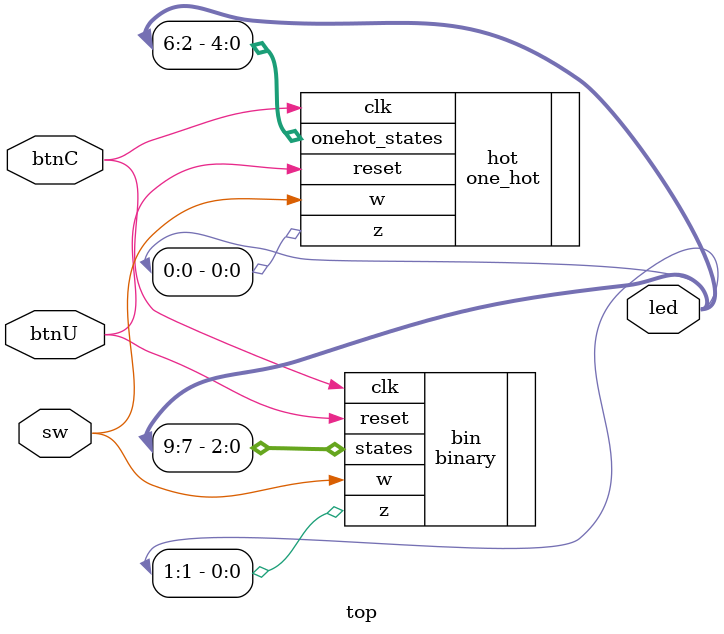
<source format=v>
module top(
    input sw, // w
    output [9:0] led, // see IO table
    input btnC, // clk
    input btnU // reset
);

    one_hot hot (
    .reset(btnU),
    .clk(btnC),
    .w(sw),
    .z(led[0]),
    .onehot_states(led[6:2])
    );
    
    binary bin (
    .reset(btnU),
    .clk(btnC),
    .w(sw),
    .z(led[1]),
    .states(led[9:7])
    );
    // Hook up binary and one-hot state machines

endmodule
</source>
